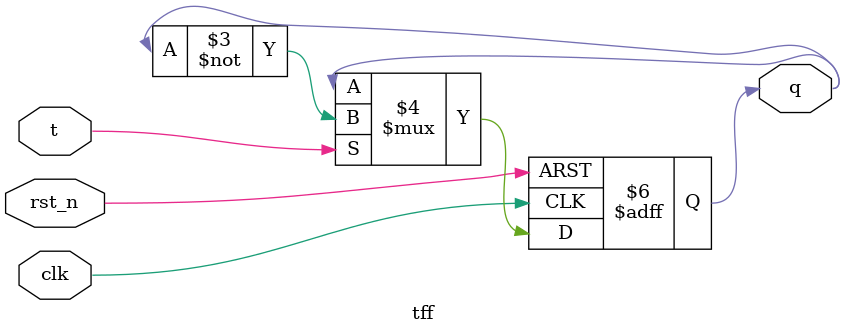
<source format=v>

module tff (
input       clk   , // semnal de ceas, activ pe frontul crescator
input       rst_n , // semnal de reset asincron activ in 0
input       t     , // intrare T
output reg  q       // iesire Q
);

always @(posedge clk or negedge rst_n)
if (~rst_n) q <= 1'b0; else
if (t)      q <= ~q;  // complementeaza starea, in cazul t=1
                      // pastreaza starea, in cazul t=0

endmodule // tff


</source>
